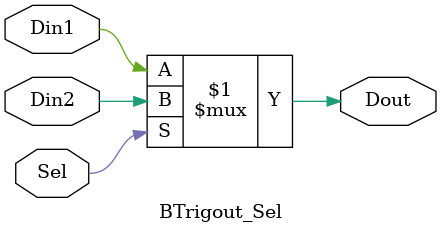
<source format=v>
`timescale	1ns/1ps

module	BTrigout_Sel(Dout, Din1, Din2, Sel)	;

output	Dout	;
wire	Dout	;

input	Din1, Din2	;
wire	Din1, Din2	;

input	Sel	;
wire	Sel	;


assign	Dout = Sel ? Din2 : Din1	;


endmodule



</source>
